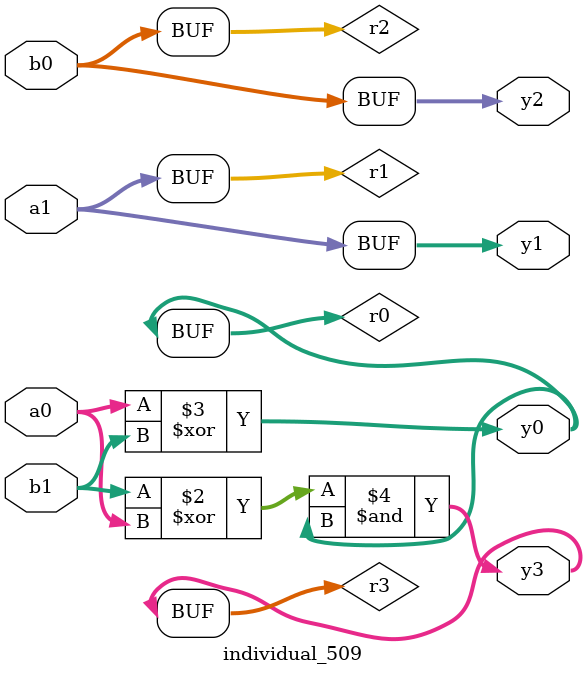
<source format=sv>
module individual_509(input logic [15:0] a1, input logic [15:0] a0, input logic [15:0] b1, input logic [15:0] b0, output logic [15:0] y3, output logic [15:0] y2, output logic [15:0] y1, output logic [15:0] y0);
logic [15:0] r0, r1, r2, r3; 
 always@(*) begin 
	 r0 = a0; r1 = a1; r2 = b0; r3 = b1; 
 	 r3  ^=  a0 ;
 	 r0  ^=  b1 ;
 	 r3  &=  r0 ;
 	 y3 = r3; y2 = r2; y1 = r1; y0 = r0; 
end
endmodule
</source>
